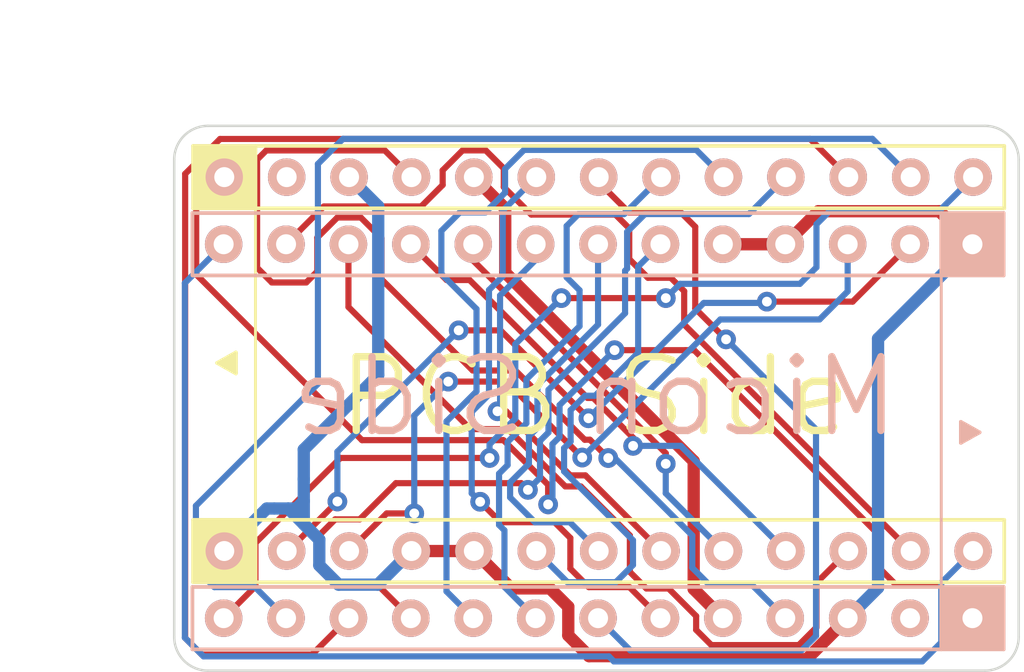
<source format=kicad_pcb>
(kicad_pcb (version 20171130) (host pcbnew "(5.1.10)-1")

  (general
    (thickness 1.6)
    (drawings 12)
    (tracks 311)
    (zones 0)
    (modules 2)
    (nets 25)
  )

  (page A3)
  (layers
    (0 F.Cu signal)
    (31 B.Cu signal)
    (32 B.Adhes user)
    (33 F.Adhes user)
    (34 B.Paste user)
    (35 F.Paste user)
    (36 B.SilkS user)
    (37 F.SilkS user)
    (38 B.Mask user)
    (39 F.Mask user)
    (40 Dwgs.User user)
    (41 Cmts.User user)
    (42 Eco1.User user)
    (43 Eco2.User user)
    (44 Edge.Cuts user)
    (45 Margin user)
    (46 B.CrtYd user)
    (47 F.CrtYd user)
    (48 B.Fab user)
    (49 F.Fab user)
  )

  (setup
    (last_trace_width 0.25)
    (user_trace_width 0.5)
    (user_trace_width 1)
    (trace_clearance 0.2)
    (zone_clearance 0.508)
    (zone_45_only no)
    (trace_min 0.2)
    (via_size 0.8)
    (via_drill 0.4)
    (via_min_size 0.4)
    (via_min_drill 0.3)
    (uvia_size 0.3)
    (uvia_drill 0.1)
    (uvias_allowed no)
    (uvia_min_size 0.2)
    (uvia_min_drill 0.1)
    (edge_width 0.1)
    (segment_width 0.2)
    (pcb_text_width 0.3)
    (pcb_text_size 1.5 1.5)
    (mod_edge_width 0.15)
    (mod_text_size 1 1)
    (mod_text_width 0.15)
    (pad_size 2.2 2.2)
    (pad_drill 2.2)
    (pad_to_mask_clearance 0)
    (aux_axis_origin 0 0)
    (visible_elements 7FFFFFFF)
    (pcbplotparams
      (layerselection 0x010f0_ffffffff)
      (usegerberextensions true)
      (usegerberattributes false)
      (usegerberadvancedattributes false)
      (creategerberjobfile false)
      (excludeedgelayer true)
      (linewidth 0.100000)
      (plotframeref false)
      (viasonmask false)
      (mode 1)
      (useauxorigin false)
      (hpglpennumber 1)
      (hpglpenspeed 20)
      (hpglpendiameter 15.000000)
      (psnegative false)
      (psa4output false)
      (plotreference true)
      (plotvalue true)
      (plotinvisibletext false)
      (padsonsilk false)
      (subtractmaskfromsilk false)
      (outputformat 1)
      (mirror false)
      (drillshape 0)
      (scaleselection 1)
      (outputdirectory "../../../../../自キ設計_プライベート/発注/20210823/GL516CP/"))
  )

  (net 0 "")
  (net 1 GND)
  (net 2 Bat+)
  (net 3 VCC)
  (net 4 Reset)
  (net 5 "Net-(U1-Pad24)")
  (net 6 F4)
  (net 7 F5)
  (net 8 F6)
  (net 9 F7)
  (net 10 B1)
  (net 11 B3)
  (net 12 B2)
  (net 13 B6)
  (net 14 B5)
  (net 15 B4)
  (net 16 E6)
  (net 17 D7)
  (net 18 C6)
  (net 19 D4)
  (net 20 SCL)
  (net 21 SDA)
  (net 22 RX)
  (net 23 TX)
  (net 24 "Net-(U2-Pad24)")

  (net_class Default "これはデフォルトのネット クラスです。"
    (clearance 0.2)
    (trace_width 0.25)
    (via_dia 0.8)
    (via_drill 0.4)
    (uvia_dia 0.3)
    (uvia_drill 0.1)
    (add_net B1)
    (add_net B2)
    (add_net B3)
    (add_net B4)
    (add_net B5)
    (add_net B6)
    (add_net Bat+)
    (add_net C6)
    (add_net D4)
    (add_net D7)
    (add_net E6)
    (add_net F4)
    (add_net F5)
    (add_net F6)
    (add_net F7)
    (add_net GND)
    (add_net "Net-(U1-Pad24)")
    (add_net "Net-(U2-Pad24)")
    (add_net RX)
    (add_net Reset)
    (add_net SCL)
    (add_net SDA)
    (add_net TX)
    (add_net VCC)
  )

  (module kbd_Parts:Micon_BMP_GL_C (layer B.Cu) (tedit 611E4E58) (tstamp 60A43B24)
    (at 307.181 28.875 270)
    (path /5BF16C54)
    (fp_text reference U1 (at 0 0 180) (layer B.SilkS) hide
      (effects (font (size 1 1) (thickness 0.15)) (justify mirror))
    )
    (fp_text value BLEMicroPro (at 0 -13.97 270) (layer B.Fab) hide
      (effects (font (size 1 1) (thickness 0.15)) (justify mirror))
    )
    (fp_line (start 6.3864 -14.732) (end 6.3864 18.288) (layer F.SilkS) (width 0.15))
    (fp_line (start 8.9264 -14.732) (end 6.3864 -14.732) (layer F.SilkS) (width 0.15))
    (fp_line (start 8.9264 18.288) (end 8.9264 -14.732) (layer F.SilkS) (width 0.15))
    (fp_line (start 6.3864 18.288) (end 8.9264 18.288) (layer F.SilkS) (width 0.15))
    (fp_line (start -8.8336 -14.732) (end -8.8336 18.288) (layer F.SilkS) (width 0.15))
    (fp_line (start -6.2936 -14.732) (end -8.8336 -14.732) (layer F.SilkS) (width 0.15))
    (fp_line (start -6.2936 18.288) (end -6.2936 -14.732) (layer F.SilkS) (width 0.15))
    (fp_line (start -8.8336 18.288) (end -6.2936 18.288) (layer F.SilkS) (width 0.15))
    (fp_line (start -8.845 -14.732) (end -8.845 18.288) (layer B.Fab) (width 0.15))
    (fp_line (start 8.935 -14.732) (end -8.845 -14.732) (layer B.Fab) (width 0.15))
    (fp_line (start 8.935 18.288) (end 8.935 -14.732) (layer B.Fab) (width 0.15))
    (fp_line (start -8.845 18.288) (end 8.935 18.288) (layer B.Fab) (width 0.15))
    (fp_line (start -2.54 16.51) (end 2.54 16.51) (layer B.Fab) (width 0.15))
    (fp_line (start 2.54 16.51) (end 2.54 19.05) (layer B.Fab) (width 0.15))
    (fp_line (start 2.54 19.05) (end -2.54 19.05) (layer B.Fab) (width 0.15))
    (fp_line (start -2.54 19.05) (end -2.54 16.51) (layer B.Fab) (width 0.15))
    (fp_line (start 6.3864 15.748) (end 8.9264 15.748) (layer F.SilkS) (width 0.15))
    (fp_line (start -8.8336 15.748) (end -6.2936 15.748) (layer F.SilkS) (width 0.15))
    (fp_poly (pts (xy -6.2936 15.748) (xy -8.8336 15.748) (xy -8.8336 18.288) (xy -6.2936 18.288)) (layer F.SilkS) (width 0.1))
    (fp_poly (pts (xy 8.9264 15.748) (xy 6.3864 15.748) (xy 6.3864 18.288) (xy 8.9264 18.288)) (layer F.SilkS) (width 0.1))
    (fp_line (start 6.3864 15.748) (end -6.2936 15.748) (layer F.SilkS) (width 0.12))
    (fp_text user ▲ (at -0.125 17.181 90 unlocked) (layer B.SilkS) hide
      (effects (font (size 1 1) (thickness 0.15)) (justify mirror))
    )
    (fp_text user ROW1 (at 5.25 -3.302 270) (layer B.SilkS) hide
      (effects (font (size 0.75 0.5) (thickness 0.125)) (justify mirror))
    )
    (fp_text user COL4 (at -9.95 -5.85 270) (layer B.SilkS) hide
      (effects (font (size 0.75 0.5) (thickness 0.125)) (justify mirror))
    )
    (fp_text user ROW2 (at 5.2 -5.85 270) (layer B.SilkS) hide
      (effects (font (size 0.75 0.5) (thickness 0.125)) (justify mirror))
    )
    (fp_text user COL5 (at -9.95 -8.4455 270) (layer B.SilkS) hide
      (effects (font (size 0.75 0.5) (thickness 0.125)) (justify mirror))
    )
    (fp_text user ROW3 (at 5.2 -8.4455 270) (layer B.SilkS) hide
      (effects (font (size 0.75 0.5) (thickness 0.125)) (justify mirror))
    )
    (fp_text user B2 (at -9.95 -10.95 270) (layer B.SilkS) hide
      (effects (font (size 0.75 0.5) (thickness 0.125)) (justify mirror))
    )
    (fp_text user COL0 (at -9.9 4.3 270) (layer B.SilkS) hide
      (effects (font (size 0.75 0.5) (thickness 0.125)) (justify mirror))
    )
    (fp_text user SDA (at 5.461 4.318 270) (layer B.SilkS) hide
      (effects (font (size 0.75 0.5) (thickness 0.125)) (justify mirror))
    )
    (fp_text user COL1 (at -9.85 1.778 270) (layer B.SilkS) hide
      (effects (font (size 0.75 0.5) (thickness 0.125)) (justify mirror))
    )
    (fp_text user SCL (at 5.461 1.778 270) (layer B.SilkS) hide
      (effects (font (size 0.75 0.5) (thickness 0.125)) (justify mirror))
    )
    (fp_text user COL2 (at -9.9 -0.762 270) (layer B.SilkS) hide
      (effects (font (size 0.75 0.5) (thickness 0.125)) (justify mirror))
    )
    (fp_text user ROW0 (at 5.2 -0.8 270) (layer B.SilkS) hide
      (effects (font (size 0.75 0.5) (thickness 0.125)) (justify mirror))
    )
    (fp_text user COL3 (at -10 -3.35 270) (layer B.SilkS) hide
      (effects (font (size 0.75 0.5) (thickness 0.125)) (justify mirror))
    )
    (fp_text user DATA (at 10.175 11.95 270) (layer B.SilkS) hide
      (effects (font (size 0.75 0.5) (thickness 0.125)) (justify mirror))
    )
    (fp_text user ▲ (at 0 17 90 unlocked) (layer F.SilkS)
      (effects (font (size 1 1) (thickness 0.15)))
    )
    (fp_text user BAT- (at 10.2 17.031 270) (layer B.SilkS) hide
      (effects (font (size 0.75 0.5) (thickness 0.125)) (justify mirror))
    )
    (fp_text user BAT+ (at -9.9155 17.018 270) (layer B.SilkS) hide
      (effects (font (size 0.75 0.5) (thickness 0.125)) (justify mirror))
    )
    (fp_text user "" (at -0.5 17.25 270) (layer B.SilkS)
      (effects (font (size 1 1) (thickness 0.15)) (justify mirror))
    )
    (fp_text user "" (at -1.2065 16.256 90) (layer F.SilkS)
      (effects (font (size 1 1) (thickness 0.15)))
    )
    (fp_text user RAW (at -9.7155 14.478 270) (layer B.SilkS) hide
      (effects (font (size 0.75 0.5) (thickness 0.125)) (justify mirror))
    )
    (fp_text user LED (at 9.875 14.481 270) (layer B.SilkS) hide
      (effects (font (size 0.75 0.5) (thickness 0.125)) (justify mirror))
    )
    (fp_text user GND (at -9.7155 11.938 270) (layer B.SilkS) hide
      (effects (font (size 0.75 0.5) (thickness 0.125)) (justify mirror))
    )
    (fp_text user D2 (at 9.85 11.95 90) (layer B.SilkS) hide
      (effects (font (size 0.75 0.5) (thickness 0.125)) (justify mirror))
    )
    (fp_text user RST (at -9.7155 9.3345 270) (layer B.SilkS) hide
      (effects (font (size 0.75 0.5) (thickness 0.125)) (justify mirror))
    )
    (fp_text user GND (at 5.4245 9.3345 90) (layer B.SilkS) hide
      (effects (font (size 0.75 0.5) (thickness 0.125)) (justify mirror))
    )
    (fp_text user VCC (at -9.7155 6.858 270) (layer B.SilkS) hide
      (effects (font (size 0.75 0.5) (thickness 0.125)) (justify mirror))
    )
    (fp_text user GND (at 5.361 6.7945 90) (layer B.SilkS) hide
      (effects (font (size 0.75 0.5) (thickness 0.125)) (justify mirror))
    )
    (fp_text user Col3 (at -9.9 -3.35 90) (layer B.SilkS) hide
      (effects (font (size 0.75 0.5) (thickness 0.125)) (justify mirror))
    )
    (fp_text user Row2 (at 10.15 -0.8 90) (layer B.SilkS) hide
      (effects (font (size 0.75 0.5) (thickness 0.125)) (justify mirror))
    )
    (fp_text user Col2 (at -9.9 -0.762 90) (layer B.SilkS) hide
      (effects (font (size 0.75 0.5) (thickness 0.125)) (justify mirror))
    )
    (fp_text user Row1 (at 10.15 1.778 90) (layer B.SilkS) hide
      (effects (font (size 0.75 0.5) (thickness 0.125)) (justify mirror))
    )
    (fp_text user Col1 (at -9.85 1.778 90) (layer B.SilkS) hide
      (effects (font (size 0.75 0.5) (thickness 0.125)) (justify mirror))
    )
    (fp_text user Row0 (at 10.15 4.331 90) (layer B.SilkS) hide
      (effects (font (size 0.75 0.5) (thickness 0.125)) (justify mirror))
    )
    (fp_text user Col0 (at -9.9 4.3 90) (layer B.SilkS) hide
      (effects (font (size 0.75 0.5) (thickness 0.125)) (justify mirror))
    )
    (fp_text user B6 (at -10.05 -13.5 270) (layer B.SilkS) hide
      (effects (font (size 0.75 0.5) (thickness 0.125)) (justify mirror))
    )
    (fp_text user B5 (at 5.2 -13.5255 270) (layer B.SilkS) hide
      (effects (font (size 0.75 0.5) (thickness 0.125)) (justify mirror))
    )
    (fp_text user B4 (at 9.225 -11.9065 270) (layer B.SilkS) hide
      (effects (font (size 0.75 0.5) (thickness 0.125)) (justify mirror))
    )
    (fp_text user Col6 (at -9.95 -10.95 90) (layer B.SilkS) hide
      (effects (font (size 0.75 0.5) (thickness 0.125)) (justify mirror))
    )
    (fp_text user Col7 (at 9.975 -8.919 90) (layer B.SilkS) hide
      (effects (font (size 0.75 0.5) (thickness 0.125)) (justify mirror))
    )
    (fp_text user Col5 (at -9.95 -8.4455 90) (layer B.SilkS) hide
      (effects (font (size 0.75 0.5) (thickness 0.125)) (justify mirror))
    )
    (fp_text user Row4 (at 10.175 -5.719 90) (layer B.SilkS) hide
      (effects (font (size 0.75 0.5) (thickness 0.125)) (justify mirror))
    )
    (fp_text user Col4 (at -9.95 -5.85 90) (layer B.SilkS) hide
      (effects (font (size 0.75 0.5) (thickness 0.125)) (justify mirror))
    )
    (fp_text user Row3 (at 10.15 -3.319 90) (layer B.SilkS) hide
      (effects (font (size 0.75 0.5) (thickness 0.125)) (justify mirror))
    )
    (pad 25 thru_hole circle (at -7.5636 17.018 270) (size 1.524 1.524) (drill 0.8128) (layers *.Cu *.Mask B.SilkS)
      (net 2 Bat+))
    (pad 26 thru_hole circle (at 7.6564 17.018 270) (size 1.524 1.524) (drill 0.8128) (layers *.Cu *.Mask B.SilkS)
      (net 1 GND))
    (pad 1 thru_hole circle (at 7.6564 14.478 270) (size 1.524 1.524) (drill 0.8128) (layers *.Cu *.Mask B.SilkS)
      (net 23 TX))
    (pad 2 thru_hole circle (at 7.6564 11.938 270) (size 1.524 1.524) (drill 0.8128) (layers *.Cu *.Mask B.SilkS)
      (net 22 RX))
    (pad 3 thru_hole circle (at 7.6564 9.398 270) (size 1.524 1.524) (drill 0.8128) (layers *.Cu *.Mask B.SilkS)
      (net 1 GND))
    (pad 4 thru_hole circle (at 7.6564 6.858 270) (size 1.524 1.524) (drill 0.8128) (layers *.Cu *.Mask B.SilkS)
      (net 1 GND))
    (pad 5 thru_hole circle (at 7.6564 4.318 270) (size 1.524 1.524) (drill 0.8128) (layers *.Cu *.Mask B.SilkS)
      (net 21 SDA))
    (pad 6 thru_hole circle (at 7.6564 1.778 270) (size 1.524 1.524) (drill 0.8128) (layers *.Cu *.Mask B.SilkS)
      (net 20 SCL))
    (pad 7 thru_hole circle (at 7.6564 -0.762 270) (size 1.524 1.524) (drill 0.8128) (layers *.Cu *.Mask B.SilkS)
      (net 19 D4))
    (pad 8 thru_hole circle (at 7.6564 -3.302 270) (size 1.524 1.524) (drill 0.8128) (layers *.Cu *.Mask B.SilkS)
      (net 18 C6))
    (pad 9 thru_hole circle (at 7.6564 -5.842 270) (size 1.524 1.524) (drill 0.8128) (layers *.Cu *.Mask B.SilkS)
      (net 17 D7))
    (pad 10 thru_hole circle (at 7.6564 -8.382 270) (size 1.524 1.524) (drill 0.8128) (layers *.Cu *.Mask B.SilkS)
      (net 16 E6))
    (pad 11 thru_hole circle (at 7.6564 -10.922 270) (size 1.524 1.524) (drill 0.8128) (layers *.Cu *.Mask B.SilkS)
      (net 15 B4))
    (pad 12 thru_hole circle (at 7.6564 -13.462 270) (size 1.524 1.524) (drill 0.8128) (layers *.Cu *.Mask B.SilkS)
      (net 14 B5))
    (pad 13 thru_hole circle (at -7.5636 -13.462 270) (size 1.524 1.524) (drill 0.8128) (layers *.Cu *.Mask B.SilkS)
      (net 13 B6))
    (pad 14 thru_hole circle (at -7.5636 -10.922 270) (size 1.524 1.524) (drill 0.8128) (layers *.Cu *.Mask B.SilkS)
      (net 12 B2))
    (pad 15 thru_hole circle (at -7.5636 -8.382 270) (size 1.524 1.524) (drill 0.8128) (layers *.Cu *.Mask B.SilkS)
      (net 11 B3))
    (pad 16 thru_hole circle (at -7.5636 -5.842 270) (size 1.524 1.524) (drill 0.8128) (layers *.Cu *.Mask B.SilkS)
      (net 10 B1))
    (pad 17 thru_hole circle (at -7.5636 -3.302 270) (size 1.524 1.524) (drill 0.8128) (layers *.Cu *.Mask B.SilkS)
      (net 9 F7))
    (pad 18 thru_hole circle (at -7.5636 -0.762 270) (size 1.524 1.524) (drill 0.8128) (layers *.Cu *.Mask B.SilkS)
      (net 8 F6))
    (pad 19 thru_hole circle (at -7.5636 1.778 270) (size 1.524 1.524) (drill 0.8128) (layers *.Cu *.Mask B.SilkS)
      (net 7 F5))
    (pad 20 thru_hole circle (at -7.5636 4.318 270) (size 1.524 1.524) (drill 0.8128) (layers *.Cu *.Mask B.SilkS)
      (net 6 F4))
    (pad 21 thru_hole circle (at -7.5636 6.858 270) (size 1.524 1.524) (drill 0.8128) (layers *.Cu *.Mask B.SilkS)
      (net 3 VCC))
    (pad 22 thru_hole circle (at -7.5636 9.398 270) (size 1.524 1.524) (drill 0.8128) (layers *.Cu *.Mask B.SilkS)
      (net 4 Reset))
    (pad 23 thru_hole circle (at -7.5636 11.938 270) (size 1.524 1.524) (drill 0.8128) (layers *.Cu *.Mask B.SilkS)
      (net 1 GND))
    (pad 24 thru_hole circle (at -7.5636 14.478 270) (size 1.524 1.524) (drill 0.8128) (layers *.Cu *.Mask B.SilkS)
      (net 5 "Net-(U1-Pad24)"))
  )

  (module kbd_Parts:Micon_BMP_GL (layer B.Cu) (tedit 60C760A0) (tstamp 611B0544)
    (at 303.6 31.7 90)
    (path /6126E1E5)
    (fp_text reference U2 (at 0 0) (layer B.SilkS) hide
      (effects (font (size 1 1) (thickness 0.15)) (justify mirror))
    )
    (fp_text value BLEMicroPro (at 0 -13.97 90) (layer B.Fab) hide
      (effects (font (size 1 1) (thickness 0.15)) (justify mirror))
    )
    (fp_line (start 6.3864 15.748) (end -6.2936 15.748) (layer B.SilkS) (width 0.12))
    (fp_poly (pts (xy 8.9264 15.748) (xy 6.3864 15.748) (xy 6.3864 18.288) (xy 8.9264 18.288)) (layer B.SilkS) (width 0.1))
    (fp_poly (pts (xy -6.2936 15.748) (xy -8.8336 15.748) (xy -8.8336 18.288) (xy -6.2936 18.288)) (layer B.SilkS) (width 0.1))
    (fp_line (start -8.8336 15.748) (end -6.2936 15.748) (layer B.SilkS) (width 0.15))
    (fp_line (start 6.3864 15.748) (end 8.9264 15.748) (layer B.SilkS) (width 0.15))
    (fp_line (start -2.54 19.05) (end -2.54 16.51) (layer B.Fab) (width 0.15))
    (fp_line (start 2.54 19.05) (end -2.54 19.05) (layer B.Fab) (width 0.15))
    (fp_line (start 2.54 16.51) (end 2.54 19.05) (layer B.Fab) (width 0.15))
    (fp_line (start -2.54 16.51) (end 2.54 16.51) (layer B.Fab) (width 0.15))
    (fp_line (start -8.845 18.288) (end 8.935 18.288) (layer B.Fab) (width 0.15))
    (fp_line (start 8.935 18.288) (end 8.935 -14.732) (layer B.Fab) (width 0.15))
    (fp_line (start 8.935 -14.732) (end -8.845 -14.732) (layer B.Fab) (width 0.15))
    (fp_line (start -8.845 -14.732) (end -8.845 18.288) (layer B.Fab) (width 0.15))
    (fp_line (start -8.8336 18.288) (end -6.2936 18.288) (layer B.SilkS) (width 0.15))
    (fp_line (start -6.2936 18.288) (end -6.2936 -14.732) (layer B.SilkS) (width 0.15))
    (fp_line (start -6.2936 -14.732) (end -8.8336 -14.732) (layer B.SilkS) (width 0.15))
    (fp_line (start -8.8336 -14.732) (end -8.8336 18.288) (layer B.SilkS) (width 0.15))
    (fp_line (start 6.3864 18.288) (end 8.9264 18.288) (layer B.SilkS) (width 0.15))
    (fp_line (start 8.9264 18.288) (end 8.9264 -14.732) (layer B.SilkS) (width 0.15))
    (fp_line (start 8.9264 -14.732) (end 6.3864 -14.732) (layer B.SilkS) (width 0.15))
    (fp_line (start 6.3864 -14.732) (end 6.3864 18.288) (layer B.SilkS) (width 0.15))
    (fp_text user Row3 (at 5.25 -3.302 90) (layer B.SilkS) hide
      (effects (font (size 0.75 0.5) (thickness 0.125)) (justify mirror))
    )
    (fp_text user Col4 (at -9.95 -5.85 90) (layer B.SilkS) hide
      (effects (font (size 0.75 0.5) (thickness 0.125)) (justify mirror))
    )
    (fp_text user Row4 (at 5.2 -5.85 90) (layer B.SilkS) hide
      (effects (font (size 0.75 0.5) (thickness 0.125)) (justify mirror))
    )
    (fp_text user Col5 (at -9.95 -8.4455 90) (layer B.SilkS) hide
      (effects (font (size 0.75 0.5) (thickness 0.125)) (justify mirror))
    )
    (fp_text user Col7 (at 5.2 -8.4455 90) (layer B.SilkS) hide
      (effects (font (size 0.75 0.5) (thickness 0.125)) (justify mirror))
    )
    (fp_text user Col6 (at -9.95 -10.95 90) (layer B.SilkS) hide
      (effects (font (size 0.75 0.5) (thickness 0.125)) (justify mirror))
    )
    (fp_text user B4 (at 5.5 -10.922 90) (layer B.SilkS) hide
      (effects (font (size 0.75 0.5) (thickness 0.125)) (justify mirror))
    )
    (fp_text user B5 (at 5.5 -13.5255 90) (layer B.SilkS) hide
      (effects (font (size 0.75 0.5) (thickness 0.125)) (justify mirror))
    )
    (fp_text user B6 (at -9.95 -13.5 90) (layer B.SilkS) hide
      (effects (font (size 0.75 0.5) (thickness 0.125)) (justify mirror))
    )
    (fp_text user Col0 (at -9.9 4.3 90) (layer B.SilkS) hide
      (effects (font (size 0.75 0.5) (thickness 0.125)) (justify mirror))
    )
    (fp_text user Row0 (at 5.161 4.318 90) (layer B.SilkS) hide
      (effects (font (size 0.75 0.5) (thickness 0.125)) (justify mirror))
    )
    (fp_text user Col1 (at -9.85 1.778 90) (layer B.SilkS) hide
      (effects (font (size 0.75 0.5) (thickness 0.125)) (justify mirror))
    )
    (fp_text user Row1 (at 5.161 1.778 90) (layer B.SilkS) hide
      (effects (font (size 0.75 0.5) (thickness 0.125)) (justify mirror))
    )
    (fp_text user Col2 (at -9.9 -0.762 90) (layer B.SilkS) hide
      (effects (font (size 0.75 0.5) (thickness 0.125)) (justify mirror))
    )
    (fp_text user Row2 (at 5.2 -0.8 90) (layer B.SilkS) hide
      (effects (font (size 0.75 0.5) (thickness 0.125)) (justify mirror))
    )
    (fp_text user Col3 (at -9.9 -3.35 90) (layer B.SilkS) hide
      (effects (font (size 0.75 0.5) (thickness 0.125)) (justify mirror))
    )
    (fp_text user GND (at 5.361 6.7945 90) (layer B.SilkS) hide
      (effects (font (size 0.75 0.5) (thickness 0.125)) (justify mirror))
    )
    (fp_text user VCC (at -9.8155 6.858 90) (layer B.SilkS) hide
      (effects (font (size 0.75 0.5) (thickness 0.125)) (justify mirror))
    )
    (fp_text user GND (at 5.4245 9.3345 90) (layer B.SilkS) hide
      (effects (font (size 0.75 0.5) (thickness 0.125)) (justify mirror))
    )
    (fp_text user RST (at -9.8155 9.3345 90) (layer B.SilkS) hide
      (effects (font (size 0.75 0.5) (thickness 0.125)) (justify mirror))
    )
    (fp_text user D2 (at 5.55 11.95 90) (layer B.SilkS) hide
      (effects (font (size 0.75 0.5) (thickness 0.125)) (justify mirror))
    )
    (fp_text user GND (at -9.8155 11.938 90) (layer B.SilkS) hide
      (effects (font (size 0.75 0.5) (thickness 0.125)) (justify mirror))
    )
    (fp_text user LED (at 5.5 14.478 90) (layer B.SilkS) hide
      (effects (font (size 0.75 0.5) (thickness 0.125)) (justify mirror))
    )
    (fp_text user RAW (at -9.8155 14.478 90) (layer B.SilkS) hide
      (effects (font (size 0.75 0.5) (thickness 0.125)) (justify mirror))
    )
    (fp_text user "" (at -1.2065 16.256 90) (layer F.SilkS)
      (effects (font (size 1 1) (thickness 0.15)))
    )
    (fp_text user "" (at -0.5 17.25 90) (layer B.SilkS)
      (effects (font (size 1 1) (thickness 0.15)) (justify mirror))
    )
    (fp_text user BAT+ (at -9.9155 17.018 90) (layer B.SilkS) hide
      (effects (font (size 0.75 0.5) (thickness 0.125)) (justify mirror))
    )
    (fp_text user BAT- (at 5.3 17.018 90) (layer B.SilkS) hide
      (effects (font (size 0.75 0.5) (thickness 0.125)) (justify mirror))
    )
    (fp_text user ▲ (at 0 17 270 unlocked) (layer B.SilkS)
      (effects (font (size 1 1) (thickness 0.15)) (justify mirror))
    )
    (pad 24 thru_hole circle (at -7.5636 14.478 90) (size 1.524 1.524) (drill 0.8128) (layers *.Cu *.Mask B.SilkS)
      (net 24 "Net-(U2-Pad24)"))
    (pad 23 thru_hole circle (at -7.5636 11.938 90) (size 1.524 1.524) (drill 0.8128) (layers *.Cu *.Mask B.SilkS)
      (net 1 GND))
    (pad 22 thru_hole circle (at -7.5636 9.398 90) (size 1.524 1.524) (drill 0.8128) (layers *.Cu *.Mask B.SilkS)
      (net 4 Reset))
    (pad 21 thru_hole circle (at -7.5636 6.858 90) (size 1.524 1.524) (drill 0.8128) (layers *.Cu *.Mask B.SilkS)
      (net 3 VCC))
    (pad 20 thru_hole circle (at -7.5636 4.318 90) (size 1.524 1.524) (drill 0.8128) (layers *.Cu *.Mask B.SilkS)
      (net 6 F4))
    (pad 19 thru_hole circle (at -7.5636 1.778 90) (size 1.524 1.524) (drill 0.8128) (layers *.Cu *.Mask B.SilkS)
      (net 7 F5))
    (pad 18 thru_hole circle (at -7.5636 -0.762 90) (size 1.524 1.524) (drill 0.8128) (layers *.Cu *.Mask B.SilkS)
      (net 8 F6))
    (pad 17 thru_hole circle (at -7.5636 -3.302 90) (size 1.524 1.524) (drill 0.8128) (layers *.Cu *.Mask B.SilkS)
      (net 9 F7))
    (pad 16 thru_hole circle (at -7.5636 -5.842 90) (size 1.524 1.524) (drill 0.8128) (layers *.Cu *.Mask B.SilkS)
      (net 10 B1))
    (pad 15 thru_hole circle (at -7.5636 -8.382 90) (size 1.524 1.524) (drill 0.8128) (layers *.Cu *.Mask B.SilkS)
      (net 11 B3))
    (pad 14 thru_hole circle (at -7.5636 -10.922 90) (size 1.524 1.524) (drill 0.8128) (layers *.Cu *.Mask B.SilkS)
      (net 12 B2))
    (pad 13 thru_hole circle (at -7.5636 -13.462 90) (size 1.524 1.524) (drill 0.8128) (layers *.Cu *.Mask B.SilkS)
      (net 13 B6))
    (pad 12 thru_hole circle (at 7.6564 -13.462 90) (size 1.524 1.524) (drill 0.8128) (layers *.Cu *.Mask B.SilkS)
      (net 14 B5))
    (pad 11 thru_hole circle (at 7.6564 -10.922 90) (size 1.524 1.524) (drill 0.8128) (layers *.Cu *.Mask B.SilkS)
      (net 15 B4))
    (pad 10 thru_hole circle (at 7.6564 -8.382 90) (size 1.524 1.524) (drill 0.8128) (layers *.Cu *.Mask B.SilkS)
      (net 16 E6))
    (pad 9 thru_hole circle (at 7.6564 -5.842 90) (size 1.524 1.524) (drill 0.8128) (layers *.Cu *.Mask B.SilkS)
      (net 17 D7))
    (pad 8 thru_hole circle (at 7.6564 -3.302 90) (size 1.524 1.524) (drill 0.8128) (layers *.Cu *.Mask B.SilkS)
      (net 18 C6))
    (pad 7 thru_hole circle (at 7.6564 -0.762 90) (size 1.524 1.524) (drill 0.8128) (layers *.Cu *.Mask B.SilkS)
      (net 19 D4))
    (pad 6 thru_hole circle (at 7.6564 1.778 90) (size 1.524 1.524) (drill 0.8128) (layers *.Cu *.Mask B.SilkS)
      (net 20 SCL))
    (pad 5 thru_hole circle (at 7.6564 4.318 90) (size 1.524 1.524) (drill 0.8128) (layers *.Cu *.Mask B.SilkS)
      (net 21 SDA))
    (pad 4 thru_hole circle (at 7.6564 6.858 90) (size 1.524 1.524) (drill 0.8128) (layers *.Cu *.Mask B.SilkS)
      (net 1 GND))
    (pad 3 thru_hole circle (at 7.6564 9.398 90) (size 1.524 1.524) (drill 0.8128) (layers *.Cu *.Mask B.SilkS)
      (net 1 GND))
    (pad 2 thru_hole circle (at 7.6564 11.938 90) (size 1.524 1.524) (drill 0.8128) (layers *.Cu *.Mask B.SilkS)
      (net 22 RX))
    (pad 1 thru_hole circle (at 7.6564 14.478 90) (size 1.524 1.524) (drill 0.8128) (layers *.Cu *.Mask B.SilkS)
      (net 23 TX))
    (pad 26 thru_hole circle (at 7.6564 17.018 90) (size 1.524 1.524) (drill 0.8128) (layers *.Cu *.Mask B.SilkS)
      (net 1 GND))
    (pad 25 thru_hole circle (at -7.5636 17.018 90) (size 1.524 1.524) (drill 0.8128) (layers *.Cu *.Mask B.SilkS)
      (net 2 Bat+))
  )

  (dimension 22.175 (width 0.15) (layer Dwgs.User)
    (gr_text "22.175 mm" (at 284.7 30.3125 270) (layer Dwgs.User)
      (effects (font (size 1 1) (thickness 0.15)))
    )
    (feature1 (pts (xy 289.5 41.4) (xy 285.413579 41.4)))
    (feature2 (pts (xy 289.5 19.225) (xy 285.413579 19.225)))
    (crossbar (pts (xy 286 19.225) (xy 286 41.4)))
    (arrow1a (pts (xy 286 41.4) (xy 285.413579 40.273496)))
    (arrow1b (pts (xy 286 41.4) (xy 286.586421 40.273496)))
    (arrow2a (pts (xy 286 19.225) (xy 285.413579 20.351504)))
    (arrow2b (pts (xy 286 19.225) (xy 286.586421 20.351504)))
  )
  (dimension 34.375 (width 0.15) (layer Dwgs.User)
    (gr_text "34.375 mm" (at 305.3125 14.8) (layer Dwgs.User)
      (effects (font (size 1 1) (thickness 0.15)))
    )
    (feature1 (pts (xy 288.125 20.6) (xy 288.125 15.513579)))
    (feature2 (pts (xy 322.5 20.6) (xy 322.5 15.513579)))
    (crossbar (pts (xy 322.5 16.1) (xy 288.125 16.1)))
    (arrow1a (pts (xy 288.125 16.1) (xy 289.251504 15.513579)))
    (arrow1b (pts (xy 288.125 16.1) (xy 289.251504 16.686421)))
    (arrow2a (pts (xy 322.5 16.1) (xy 321.373496 15.513579)))
    (arrow2b (pts (xy 322.5 16.1) (xy 321.373496 16.686421)))
  )
  (gr_text "Micon Side" (at 305.25 30.25) (layer B.SilkS) (tstamp 611EB7B2)
    (effects (font (size 3 3) (thickness 0.3)) (justify mirror))
  )
  (gr_text "PCB Side" (at 305.25 30.25) (layer F.SilkS)
    (effects (font (size 3 3) (thickness 0.3)))
  )
  (gr_line (start 289.5 19.225) (end 321.125 19.225) (layer Edge.Cuts) (width 0.1) (tstamp 611B369A))
  (gr_arc (start 289.5 20.6) (end 289.5 19.225) (angle -90) (layer Edge.Cuts) (width 0.1) (tstamp 611B368C))
  (gr_line (start 288.125 20.6) (end 288.125 40.025) (layer Edge.Cuts) (width 0.1) (tstamp 611B3689))
  (gr_arc (start 289.5 40.025) (end 288.125 40.025) (angle -90) (layer Edge.Cuts) (width 0.1) (tstamp 611B367F))
  (gr_arc (start 321.125 40.025) (end 321.125 41.4) (angle -90) (layer Edge.Cuts) (width 0.1) (tstamp 611B3675))
  (gr_arc (start 321.125 20.6) (end 322.5 20.6) (angle -90) (layer Edge.Cuts) (width 0.1) (tstamp 606C2038))
  (gr_line (start 322.5 20.6) (end 322.5 40.025) (layer Edge.Cuts) (width 0.1))
  (gr_line (start 289.5 41.4) (end 321.125 41.4) (layer Edge.Cuts) (width 0.1))

  (segment (start 296.430001 22.498401) (end 296.430001 29.369999) (width 0.5) (layer B.Cu) (net 1))
  (segment (start 295.243 21.3114) (end 296.430001 22.498401) (width 0.5) (layer B.Cu) (net 1))
  (segment (start 296.430001 29.369999) (end 293.4 32.4) (width 0.5) (layer B.Cu) (net 1))
  (segment (start 293.4 32.4) (end 293.4 33.6) (width 0.5) (layer B.Cu) (net 1))
  (segment (start 291.8944 34.8) (end 290.163 36.5314) (width 0.5) (layer B.Cu) (net 1))
  (segment (start 292.2 34.8) (end 291.8944 34.8) (width 0.5) (layer B.Cu) (net 1))
  (segment (start 294.030999 37.113161) (end 294.817838 37.9) (width 0.5) (layer B.Cu) (net 1))
  (segment (start 294.030999 36.065637) (end 294.030999 37.113161) (width 0.5) (layer B.Cu) (net 1))
  (segment (start 293.4 35.434638) (end 294.030999 36.065637) (width 0.5) (layer B.Cu) (net 1))
  (segment (start 296.4144 37.9) (end 297.783 36.5314) (width 0.5) (layer B.Cu) (net 1))
  (segment (start 294.817838 37.9) (end 296.4144 37.9) (width 0.5) (layer B.Cu) (net 1))
  (segment (start 292.765362 34.8) (end 294.030999 36.065637) (width 0.5) (layer B.Cu) (net 1))
  (segment (start 292.2 34.8) (end 292.765362 34.8) (width 0.5) (layer B.Cu) (net 1))
  (segment (start 292.765362 34.8) (end 293.1 34.8) (width 0.5) (layer B.Cu) (net 1))
  (segment (start 293.4 34.5) (end 293.4 35.434638) (width 0.5) (layer B.Cu) (net 1))
  (segment (start 293.1 34.8) (end 293.4 34.5) (width 0.5) (layer B.Cu) (net 1))
  (segment (start 293.4 33.6) (end 293.4 34.5) (width 0.5) (layer B.Cu) (net 1))
  (segment (start 300.323 36.5314) (end 297.783 36.5314) (width 0.5) (layer F.Cu) (net 1))
  (segment (start 304.165999 38.797837) (end 304.165999 39.965999) (width 0.5) (layer F.Cu) (net 1))
  (segment (start 303.419761 38.051599) (end 304.165999 38.797837) (width 0.5) (layer F.Cu) (net 1))
  (segment (start 301.843199 38.051599) (end 303.419761 38.051599) (width 0.5) (layer F.Cu) (net 1))
  (segment (start 300.323 36.5314) (end 301.843199 38.051599) (width 0.5) (layer F.Cu) (net 1))
  (segment (start 305.0101 40.8101) (end 309.5899 40.8101) (width 0.5) (layer F.Cu) (net 1))
  (segment (start 304.165999 39.965999) (end 305.0101 40.8101) (width 0.5) (layer F.Cu) (net 1))
  (segment (start 309.5899 40.8101) (end 313.9915 40.8101) (width 0.25) (layer F.Cu) (net 1))
  (segment (start 313.9915 40.8101) (end 315.538 39.2636) (width 0.5) (layer F.Cu) (net 1))
  (segment (start 316.775001 27.886599) (end 320.618 24.0436) (width 0.5) (layer B.Cu) (net 1))
  (segment (start 316.775001 38.026599) (end 316.775001 27.886599) (width 0.5) (layer B.Cu) (net 1))
  (segment (start 315.538 39.2636) (end 316.775001 38.026599) (width 0.5) (layer B.Cu) (net 1))
  (segment (start 310.458 24.0436) (end 312.998 24.0436) (width 0.5) (layer F.Cu) (net 1))
  (segment (start 312.998 24.0436) (end 314.3416 22.7) (width 0.5) (layer F.Cu) (net 1))
  (segment (start 319.2744 22.7) (end 320.618 24.0436) (width 0.5) (layer F.Cu) (net 1))
  (segment (start 314.3416 22.7) (end 319.2744 22.7) (width 0.5) (layer F.Cu) (net 1))
  (segment (start 303.3459 34.6338) (end 303.5218 34.4579) (width 0.25) (layer B.Cu) (net 2))
  (segment (start 303.5218 34.4579) (end 303.5218 32.1782) (width 0.25) (layer B.Cu) (net 2))
  (segment (start 303.5218 32.1782) (end 303.8108 31.8892) (width 0.25) (layer B.Cu) (net 2))
  (segment (start 303.8108 31.8892) (end 303.8108 30.5935) (width 0.25) (layer B.Cu) (net 2))
  (segment (start 303.8108 30.5935) (end 306.0491 28.3552) (width 0.25) (layer B.Cu) (net 2))
  (via (at 306.0491 28.3552) (size 0.8) (layers F.Cu B.Cu) (net 2))
  (via (at 303.3459 34.6338) (size 0.8) (layers F.Cu B.Cu) (net 2))
  (segment (start 303.3458 33.8379) (end 303.3458 34.6338) (width 0.25) (layer F.Cu) (net 2))
  (segment (start 295.7679 32.0179) (end 301.5258 32.0179) (width 0.25) (layer F.Cu) (net 2))
  (segment (start 289.02121 25.27121) (end 295.7679 32.0179) (width 0.25) (layer F.Cu) (net 2))
  (segment (start 289.02121 22.45319) (end 289.02121 25.27121) (width 0.25) (layer F.Cu) (net 2))
  (segment (start 303.3458 34.6338) (end 303.3459 34.6338) (width 0.25) (layer F.Cu) (net 2))
  (segment (start 301.5258 32.0179) (end 303.3458 33.8379) (width 0.25) (layer F.Cu) (net 2))
  (segment (start 290.163 21.3114) (end 289.02121 22.45319) (width 0.25) (layer F.Cu) (net 2))
  (segment (start 308.9418 28.3552) (end 306.0491 28.3552) (width 0.25) (layer F.Cu) (net 2))
  (segment (start 309.29039 28.3552) (end 308.9418 28.3552) (width 0.25) (layer F.Cu) (net 2))
  (segment (start 316.8 37.2) (end 316.8 35.86481) (width 0.25) (layer F.Cu) (net 2))
  (segment (start 316.8 35.86481) (end 309.29039 28.3552) (width 0.25) (layer F.Cu) (net 2))
  (segment (start 317.4975 37.8975) (end 316.8 37.2) (width 0.25) (layer F.Cu) (net 2))
  (segment (start 319.2519 37.8975) (end 317.4975 37.8975) (width 0.25) (layer F.Cu) (net 2))
  (segment (start 320.618 39.2636) (end 319.2519 37.8975) (width 0.25) (layer F.Cu) (net 2))
  (segment (start 300.323 21.3114) (end 301.6 22.5884) (width 0.5) (layer F.Cu) (net 3))
  (segment (start 301.6 22.5884) (end 301.6 25.2) (width 0.5) (layer F.Cu) (net 3))
  (segment (start 309.270999 32.870999) (end 301.6 25.2) (width 0.5) (layer F.Cu) (net 3))
  (segment (start 309.270999 38.076599) (end 309.270999 32.870999) (width 0.5) (layer F.Cu) (net 3))
  (segment (start 310.458 39.2636) (end 309.270999 38.076599) (width 0.5) (layer F.Cu) (net 3))
  (segment (start 305.7923 32.7461) (end 305.0473 32.0011) (width 0.25) (layer F.Cu) (net 4))
  (segment (start 305.0473 32.0011) (end 304.8345 32.0011) (width 0.25) (layer F.Cu) (net 4))
  (segment (start 304.8345 32.0011) (end 302.0162 29.1828) (width 0.25) (layer F.Cu) (net 4))
  (segment (start 302.0162 29.1828) (end 300.2759 29.1828) (width 0.25) (layer F.Cu) (net 4))
  (segment (start 300.2759 29.1828) (end 296.5633 25.4702) (width 0.25) (layer F.Cu) (net 4))
  (segment (start 296.5633 25.4702) (end 296.5633 23.7997) (width 0.25) (layer F.Cu) (net 4))
  (segment (start 296.5633 23.7997) (end 295.719 22.9554) (width 0.25) (layer F.Cu) (net 4))
  (segment (start 295.719 22.9554) (end 294.7669 22.9554) (width 0.25) (layer F.Cu) (net 4))
  (segment (start 294.7669 22.9554) (end 293.948 23.7743) (width 0.25) (layer F.Cu) (net 4))
  (via (at 305.7923 32.7461) (size 0.8) (layers F.Cu B.Cu) (net 4))
  (segment (start 293.948 23.7743) (end 293.948 25.152) (width 0.25) (layer F.Cu) (net 4))
  (segment (start 296.695999 20.224399) (end 297.783 21.3114) (width 0.25) (layer F.Cu) (net 4))
  (segment (start 291.875601 20.224399) (end 296.695999 20.224399) (width 0.25) (layer F.Cu) (net 4))
  (segment (start 291.5 20.6) (end 291.875601 20.224399) (width 0.25) (layer F.Cu) (net 4))
  (segment (start 291.5 25) (end 291.5 20.6) (width 0.25) (layer F.Cu) (net 4))
  (segment (start 306.06129 32.7461) (end 305.7923 32.7461) (width 0.25) (layer B.Cu) (net 4))
  (segment (start 309.213 35.89781) (end 306.06129 32.7461) (width 0.25) (layer B.Cu) (net 4))
  (segment (start 309.213 37.213) (end 309.213 35.89781) (width 0.25) (layer B.Cu) (net 4))
  (segment (start 309.8975 37.8975) (end 309.213 37.213) (width 0.25) (layer B.Cu) (net 4))
  (segment (start 311.6319 37.8975) (end 309.8975 37.8975) (width 0.25) (layer B.Cu) (net 4))
  (segment (start 312.998 39.2636) (end 311.6319 37.8975) (width 0.25) (layer B.Cu) (net 4))
  (segment (start 293.5 25.6) (end 293.948 25.152) (width 0.25) (layer F.Cu) (net 4))
  (segment (start 292.1 25.6) (end 293.5 25.6) (width 0.25) (layer F.Cu) (net 4))
  (segment (start 292.1 25.6) (end 291.5 25) (width 0.25) (layer F.Cu) (net 4))
  (segment (start 300.5791 34.5262) (end 300.2356 34.1827) (width 0.25) (layer B.Cu) (net 6))
  (segment (start 300.2356 34.1827) (end 300.2356 30.865) (width 0.25) (layer B.Cu) (net 6))
  (segment (start 300.2356 30.865) (end 300.9386 30.162) (width 0.25) (layer B.Cu) (net 6))
  (segment (start 300.9386 30.162) (end 300.9386 25.9063) (width 0.25) (layer B.Cu) (net 6))
  (via (at 300.5791 34.5262) (size 0.8) (layers F.Cu B.Cu) (net 6))
  (segment (start 302.863 21.3114) (end 301.5 22.6744) (width 0.25) (layer B.Cu) (net 6))
  (segment (start 301.5 25.3449) (end 300.9386 25.9063) (width 0.25) (layer B.Cu) (net 6))
  (segment (start 301.5 22.6744) (end 301.5 25.3449) (width 0.25) (layer B.Cu) (net 6))
  (segment (start 307.918 39.2636) (end 306.6544 38) (width 0.25) (layer F.Cu) (net 6))
  (segment (start 306.6544 38) (end 305 38) (width 0.25) (layer F.Cu) (net 6))
  (segment (start 305 38) (end 304.25 37.25) (width 0.25) (layer F.Cu) (net 6))
  (segment (start 304.25 36) (end 303.608801 35.358801) (width 0.25) (layer F.Cu) (net 6))
  (segment (start 304.25 37.25) (end 304.25 36) (width 0.25) (layer F.Cu) (net 6))
  (segment (start 301.411701 35.358801) (end 300.5791 34.5262) (width 0.25) (layer F.Cu) (net 6))
  (segment (start 303.608801 35.358801) (end 301.411701 35.358801) (width 0.25) (layer F.Cu) (net 6))
  (segment (start 309.3339 26.6602) (end 310.5889 27.9152) (width 0.25) (layer F.Cu) (net 7))
  (via (at 310.5889 27.9152) (size 0.8) (layers F.Cu B.Cu) (net 7))
  (segment (start 309.3339 26.6602) (end 309.3339 23.3339) (width 0.25) (layer F.Cu) (net 7))
  (segment (start 309.3339 23.3339) (end 308.75 22.75) (width 0.25) (layer F.Cu) (net 7))
  (segment (start 305.403 21.51659) (end 305.403 21.3114) (width 0.25) (layer F.Cu) (net 7))
  (segment (start 306.63641 22.75) (end 305.403 21.51659) (width 0.25) (layer F.Cu) (net 7))
  (segment (start 308.75 22.75) (end 306.63641 22.75) (width 0.25) (layer F.Cu) (net 7))
  (segment (start 314.25 31.5763) (end 310.5889 27.9152) (width 0.25) (layer B.Cu) (net 7))
  (segment (start 305.378 39.2636) (end 306.68938 40.57498) (width 0.25) (layer B.Cu) (net 7))
  (segment (start 306.68938 40.57498) (end 313.66138 40.57498) (width 0.25) (layer B.Cu) (net 7))
  (segment (start 313.66138 40.57498) (end 314.25 39.98636) (width 0.25) (layer B.Cu) (net 7))
  (segment (start 314.25 39.98636) (end 314.25 31.5763) (width 0.25) (layer B.Cu) (net 7))
  (segment (start 302.838 39.2636) (end 301.568 37.9936) (width 0.25) (layer B.Cu) (net 8))
  (segment (start 301.568 37.9936) (end 301.568 35.6903) (width 0.25) (layer B.Cu) (net 8))
  (segment (start 301.568 35.6903) (end 301.3479 35.4702) (width 0.25) (layer B.Cu) (net 8))
  (segment (start 301.3479 35.4702) (end 301.3479 33.3822) (width 0.25) (layer B.Cu) (net 8))
  (segment (start 301.3479 33.3822) (end 301.6964 33.0337) (width 0.25) (layer B.Cu) (net 8))
  (segment (start 301.6964 33.0337) (end 301.6964 32.0929) (width 0.25) (layer B.Cu) (net 8))
  (segment (start 301.6964 32.0929) (end 302.4599 31.3294) (width 0.25) (layer B.Cu) (net 8))
  (segment (start 302.4599 31.3294) (end 302.4599 29.545) (width 0.25) (layer B.Cu) (net 8))
  (segment (start 302.4599 29.545) (end 304.6251 27.3798) (width 0.25) (layer B.Cu) (net 8))
  (segment (start 304.6251 27.3798) (end 304.6251 25.9169) (width 0.25) (layer B.Cu) (net 8))
  (segment (start 306.4396 22.8148) (end 307.943 21.3114) (width 0.25) (layer B.Cu) (net 8))
  (segment (start 304.6251 25.9169) (end 304.1 25.3918) (width 0.25) (layer B.Cu) (net 8))
  (segment (start 304.1 25.3918) (end 304.1 23.3) (width 0.25) (layer B.Cu) (net 8))
  (segment (start 304.5852 22.8148) (end 306.4396 22.8148) (width 0.25) (layer B.Cu) (net 8))
  (segment (start 304.1 23.3) (end 304.5852 22.8148) (width 0.25) (layer B.Cu) (net 8))
  (segment (start 309.3755 20.2039) (end 310.483 21.3114) (width 0.25) (layer B.Cu) (net 9))
  (segment (start 302.3656 20.2039) (end 309.3755 20.2039) (width 0.25) (layer B.Cu) (net 9))
  (segment (start 301.593 20.9765) (end 302.3656 20.2039) (width 0.25) (layer B.Cu) (net 9))
  (segment (start 299.75 22.75) (end 300.78799 22.75) (width 0.25) (layer B.Cu) (net 9))
  (segment (start 299 23.5) (end 299.75 22.75) (width 0.25) (layer B.Cu) (net 9))
  (segment (start 300.78799 22.75) (end 301.593 21.94499) (width 0.25) (layer B.Cu) (net 9))
  (segment (start 299 25.25) (end 299 23.5) (width 0.25) (layer B.Cu) (net 9))
  (segment (start 300.4304 30.0333) (end 300.4304 26.6804) (width 0.25) (layer B.Cu) (net 9))
  (segment (start 299.2086 31.2551) (end 300.4304 30.0333) (width 0.25) (layer B.Cu) (net 9))
  (segment (start 299.2086 38.1742) (end 299.2086 31.2551) (width 0.25) (layer B.Cu) (net 9))
  (segment (start 301.593 21.94499) (end 301.593 20.9765) (width 0.25) (layer B.Cu) (net 9))
  (segment (start 300.4304 26.6804) (end 299 25.25) (width 0.25) (layer B.Cu) (net 9))
  (segment (start 300.298 39.2636) (end 299.2086 38.1742) (width 0.25) (layer B.Cu) (net 9))
  (via (at 302.5235 34.0414) (size 0.8) (layers F.Cu B.Cu) (net 10))
  (segment (start 311.5196 22.8148) (end 313.023 21.3114) (width 0.25) (layer B.Cu) (net 10))
  (segment (start 307.2852 22.8148) (end 311.5196 22.8148) (width 0.25) (layer B.Cu) (net 10))
  (segment (start 306.56039 25.03961) (end 306.56039 23.53961) (width 0.25) (layer B.Cu) (net 10))
  (segment (start 306.4779 25.1221) (end 306.56039 25.03961) (width 0.25) (layer B.Cu) (net 10))
  (segment (start 306.4779 26.8516) (end 306.4779 25.1221) (width 0.25) (layer B.Cu) (net 10))
  (segment (start 303.3605 31.7026) (end 303.3605 29.969) (width 0.25) (layer B.Cu) (net 10))
  (segment (start 303.3605 29.969) (end 306.4779 26.8516) (width 0.25) (layer B.Cu) (net 10))
  (segment (start 303.0151 32.048) (end 303.3605 31.7026) (width 0.25) (layer B.Cu) (net 10))
  (segment (start 303.0151 33.5498) (end 303.0151 32.048) (width 0.25) (layer B.Cu) (net 10))
  (segment (start 306.56039 23.53961) (end 307.2852 22.8148) (width 0.25) (layer B.Cu) (net 10))
  (segment (start 302.5235 34.0414) (end 303.0151 33.5498) (width 0.25) (layer B.Cu) (net 10))
  (segment (start 302.2512 33.7691) (end 302.5235 34.0414) (width 0.25) (layer F.Cu) (net 10))
  (segment (start 297.1494 33.7691) (end 302.2512 33.7691) (width 0.25) (layer F.Cu) (net 10))
  (segment (start 295.6779 35.2406) (end 297.1494 33.7691) (width 0.25) (layer F.Cu) (net 10))
  (segment (start 294.67871 35.2406) (end 295.6779 35.2406) (width 0.25) (layer F.Cu) (net 10))
  (segment (start 294 35.91931) (end 294.67871 35.2406) (width 0.25) (layer F.Cu) (net 10))
  (segment (start 294.6475 37.8975) (end 294 37.25) (width 0.25) (layer F.Cu) (net 10))
  (segment (start 296.3919 37.8975) (end 294.6475 37.8975) (width 0.25) (layer F.Cu) (net 10))
  (segment (start 294 37.25) (end 294 35.91931) (width 0.25) (layer F.Cu) (net 10))
  (segment (start 297.758 39.2636) (end 296.3919 37.8975) (width 0.25) (layer F.Cu) (net 10))
  (segment (start 289.992 19.758) (end 314.0096 19.758) (width 0.25) (layer F.Cu) (net 11))
  (segment (start 288.5712 21.1788) (end 289.992 19.758) (width 0.25) (layer F.Cu) (net 11))
  (segment (start 288.5712 40.0712) (end 288.5712 21.1788) (width 0.25) (layer F.Cu) (net 11))
  (segment (start 314.0096 19.758) (end 315.563 21.3114) (width 0.25) (layer F.Cu) (net 11))
  (segment (start 289.25 40.75) (end 288.5712 40.0712) (width 0.25) (layer F.Cu) (net 11))
  (segment (start 293.7316 40.75) (end 289.25 40.75) (width 0.25) (layer F.Cu) (net 11))
  (segment (start 295.218 39.2636) (end 293.7316 40.75) (width 0.25) (layer F.Cu) (net 11))
  (segment (start 294.9965 19.7535) (end 316.5451 19.7535) (width 0.25) (layer B.Cu) (net 12))
  (segment (start 293.975 29.725) (end 293.975 20.775) (width 0.25) (layer B.Cu) (net 12))
  (segment (start 293.975 20.775) (end 294.9965 19.7535) (width 0.25) (layer B.Cu) (net 12))
  (segment (start 289.00941 34.69059) (end 293.975 29.725) (width 0.25) (layer B.Cu) (net 12))
  (segment (start 289.00941 37.25) (end 289.00941 34.69059) (width 0.25) (layer B.Cu) (net 12))
  (segment (start 289.75941 38) (end 289.00941 37.25) (width 0.25) (layer B.Cu) (net 12))
  (segment (start 316.5451 19.7535) (end 318.103 21.3114) (width 0.25) (layer B.Cu) (net 12))
  (segment (start 291.4144 38) (end 289.75941 38) (width 0.25) (layer B.Cu) (net 12))
  (segment (start 292.678 39.2636) (end 291.4144 38) (width 0.25) (layer B.Cu) (net 12))
  (segment (start 300.961 32.7433) (end 300.961 32.1914) (width 0.25) (layer B.Cu) (net 13))
  (segment (start 300.961 32.1914) (end 302.0096 31.1428) (width 0.25) (layer B.Cu) (net 13))
  (segment (start 302.0096 31.1428) (end 302.0096 28.1115) (width 0.25) (layer B.Cu) (net 13))
  (segment (start 302.0096 28.1115) (end 303.8851 26.236) (width 0.25) (layer B.Cu) (net 13))
  (segment (start 290.138 39.2636) (end 291.433 37.9686) (width 0.25) (layer F.Cu) (net 13))
  (segment (start 291.433 37.9686) (end 291.433 36.1997) (width 0.25) (layer F.Cu) (net 13))
  (segment (start 291.433 36.1997) (end 294.8894 32.7433) (width 0.25) (layer F.Cu) (net 13))
  (segment (start 294.8894 32.7433) (end 300.961 32.7433) (width 0.25) (layer F.Cu) (net 13))
  (segment (start 308.1365 26.236) (end 303.8851 26.236) (width 0.25) (layer F.Cu) (net 13))
  (via (at 300.961 32.7433) (size 0.8) (layers F.Cu B.Cu) (net 13))
  (via (at 303.8851 26.236) (size 0.8) (layers F.Cu B.Cu) (net 13))
  (via (at 308.1365 26.236) (size 0.8) (layers F.Cu B.Cu) (net 13))
  (segment (start 319.2544 22.7) (end 320.643 21.3114) (width 0.25) (layer B.Cu) (net 13))
  (segment (start 314.8 22.7) (end 319.2544 22.7) (width 0.25) (layer B.Cu) (net 13))
  (segment (start 314.268 23.232) (end 314.8 22.7) (width 0.25) (layer B.Cu) (net 13))
  (segment (start 308.717501 25.654999) (end 313.595001 25.654999) (width 0.25) (layer B.Cu) (net 13))
  (segment (start 308.1365 26.236) (end 308.717501 25.654999) (width 0.25) (layer B.Cu) (net 13))
  (segment (start 314.268 24.982) (end 314.268 23.232) (width 0.25) (layer B.Cu) (net 13))
  (segment (start 313.595001 25.654999) (end 314.268 24.982) (width 0.25) (layer B.Cu) (net 13))
  (segment (start 288.5594 25.6222) (end 290.138 24.0436) (width 0.25) (layer B.Cu) (net 14))
  (segment (start 288.5594 40.0594) (end 288.5594 25.6222) (width 0.25) (layer B.Cu) (net 14))
  (segment (start 289.3191 40.8191) (end 288.5594 40.0594) (width 0.25) (layer B.Cu) (net 14))
  (segment (start 305.8191 40.8191) (end 289.3191 40.8191) (width 0.25) (layer B.Cu) (net 14))
  (segment (start 306.02499 41.02499) (end 305.8191 40.8191) (width 0.25) (layer B.Cu) (net 14))
  (segment (start 318.57501 41.02499) (end 306.02499 41.02499) (width 0.25) (layer B.Cu) (net 14))
  (segment (start 319.348 40.252) (end 318.57501 41.02499) (width 0.25) (layer B.Cu) (net 14))
  (segment (start 319.348 37.8264) (end 319.348 40.252) (width 0.25) (layer B.Cu) (net 14))
  (segment (start 320.643 36.5314) (end 319.348 37.8264) (width 0.25) (layer B.Cu) (net 14))
  (segment (start 294.2165 22.5051) (end 292.678 24.0436) (width 0.25) (layer F.Cu) (net 15))
  (segment (start 298.1794 22.5051) (end 294.2165 22.5051) (width 0.25) (layer F.Cu) (net 15))
  (segment (start 299.053 21.0345) (end 299.053 21.6315) (width 0.25) (layer F.Cu) (net 15))
  (segment (start 308.8835 25.9526) (end 308.34045 25.40955) (width 0.25) (layer F.Cu) (net 15))
  (segment (start 308.8835 27.3119) (end 308.8835 25.9526) (width 0.25) (layer F.Cu) (net 15))
  (segment (start 307.40955 25.40955) (end 306.648 24.648) (width 0.25) (layer F.Cu) (net 15))
  (segment (start 306.648 24.648) (end 306.648 23.398) (width 0.25) (layer F.Cu) (net 15))
  (segment (start 306.0868 22.8368) (end 302.661586 22.8368) (width 0.25) (layer F.Cu) (net 15))
  (segment (start 301.5409 20.9591) (end 300.8058 20.224) (width 0.25) (layer F.Cu) (net 15))
  (segment (start 299.053 21.6315) (end 298.1794 22.5051) (width 0.25) (layer F.Cu) (net 15))
  (segment (start 318.103 36.5314) (end 308.8835 27.3119) (width 0.25) (layer F.Cu) (net 15))
  (segment (start 299.8635 20.224) (end 299.053 21.0345) (width 0.25) (layer F.Cu) (net 15))
  (segment (start 302.661586 22.8368) (end 301.5409 21.716114) (width 0.25) (layer F.Cu) (net 15))
  (segment (start 308.34045 25.40955) (end 307.40955 25.40955) (width 0.25) (layer F.Cu) (net 15))
  (segment (start 301.5409 21.716114) (end 301.5409 20.9591) (width 0.25) (layer F.Cu) (net 15))
  (segment (start 306.648 23.398) (end 306.0868 22.8368) (width 0.25) (layer F.Cu) (net 15))
  (segment (start 300.8058 20.224) (end 299.8635 20.224) (width 0.25) (layer F.Cu) (net 15))
  (segment (start 295.218 26.599) (end 295.218 24.0436) (width 0.25) (layer F.Cu) (net 16))
  (segment (start 300.1866 31.5676) (end 295.218 26.599) (width 0.25) (layer F.Cu) (net 16))
  (segment (start 301.71191 31.5676) (end 300.1866 31.5676) (width 0.25) (layer F.Cu) (net 16))
  (segment (start 306.673 35.89781) (end 304.677 33.90181) (width 0.25) (layer F.Cu) (net 16))
  (segment (start 314.268 37.8264) (end 314.268 39.6379) (width 0.25) (layer F.Cu) (net 16))
  (segment (start 314.268 39.6379) (end 313.5462 40.3597) (width 0.25) (layer F.Cu) (net 16))
  (segment (start 304.677 33.90181) (end 304.04612 33.90181) (width 0.25) (layer F.Cu) (net 16))
  (segment (start 313.5462 40.3597) (end 309.9907 40.3597) (width 0.25) (layer F.Cu) (net 16))
  (segment (start 309.9907 40.3597) (end 309.3706 39.7396) (width 0.25) (layer F.Cu) (net 16))
  (segment (start 309.3706 39.7396) (end 309.3706 39.1783) (width 0.25) (layer F.Cu) (net 16))
  (segment (start 315.563 36.5314) (end 314.268 37.8264) (width 0.25) (layer F.Cu) (net 16))
  (segment (start 306.673 37.38219) (end 306.673 35.89781) (width 0.25) (layer F.Cu) (net 16))
  (segment (start 309.3706 39.1783) (end 308.2491 38.0568) (width 0.25) (layer F.Cu) (net 16))
  (segment (start 308.2491 38.0568) (end 307.34761 38.0568) (width 0.25) (layer F.Cu) (net 16))
  (segment (start 307.34761 38.0568) (end 306.673 37.38219) (width 0.25) (layer F.Cu) (net 16))
  (segment (start 304.04612 33.90181) (end 301.71191 31.5676) (width 0.25) (layer F.Cu) (net 16))
  (segment (start 306.8053 32.2508) (end 308.7424 32.2508) (width 0.25) (layer B.Cu) (net 17))
  (segment (start 308.7424 32.2508) (end 313.023 36.5314) (width 0.25) (layer B.Cu) (net 17))
  (via (at 306.8053 32.2508) (size 0.8) (layers F.Cu B.Cu) (net 17))
  (segment (start 299.2144 25.5) (end 297.758 24.0436) (width 0.25) (layer F.Cu) (net 17))
  (segment (start 300.1491 25.5) (end 299.2144 25.5) (width 0.25) (layer F.Cu) (net 17))
  (segment (start 304.9495 30.3004) (end 300.1491 25.5) (width 0.25) (layer F.Cu) (net 17))
  (segment (start 305.1853 30.3004) (end 304.9495 30.3004) (width 0.25) (layer F.Cu) (net 17))
  (segment (start 306.8053 31.9204) (end 305.1853 30.3004) (width 0.25) (layer F.Cu) (net 17))
  (segment (start 306.8053 32.2508) (end 306.8053 31.9204) (width 0.25) (layer F.Cu) (net 17))
  (segment (start 308.1336 32.9811) (end 308.1336 32.5474) (width 0.25) (layer F.Cu) (net 18))
  (segment (start 308.1336 32.5474) (end 300.298 24.7118) (width 0.25) (layer F.Cu) (net 18))
  (segment (start 300.298 24.7118) (end 300.298 24.0436) (width 0.25) (layer F.Cu) (net 18))
  (segment (start 310.483 36.5314) (end 308.1336 34.182) (width 0.25) (layer B.Cu) (net 18))
  (segment (start 308.1336 34.182) (end 308.1336 32.9811) (width 0.25) (layer B.Cu) (net 18))
  (via (at 308.1336 32.9811) (size 0.8) (layers F.Cu B.Cu) (net 18))
  (segment (start 301.2843 30.8423) (end 301.389 30.7376) (width 0.25) (layer B.Cu) (net 19))
  (segment (start 301.389 30.7376) (end 301.389 26.1295) (width 0.25) (layer B.Cu) (net 19))
  (segment (start 301.389 26.1295) (end 302.838 24.6805) (width 0.25) (layer B.Cu) (net 19))
  (segment (start 302.838 24.6805) (end 302.838 24.0436) (width 0.25) (layer B.Cu) (net 19))
  (segment (start 307.943 36.5314) (end 304.8634 33.4518) (width 0.25) (layer F.Cu) (net 19))
  (segment (start 304.8634 33.4518) (end 304.2471 33.4518) (width 0.25) (layer F.Cu) (net 19))
  (segment (start 304.2471 33.4518) (end 301.6376 30.8423) (width 0.25) (layer F.Cu) (net 19))
  (segment (start 301.6376 30.8423) (end 301.2843 30.8423) (width 0.25) (layer F.Cu) (net 19))
  (via (at 301.2843 30.8423) (size 0.8) (layers F.Cu B.Cu) (net 19))
  (segment (start 305.378 27.3146) (end 305.378 24.0436) (width 0.25) (layer B.Cu) (net 20))
  (segment (start 302.9102 29.7824) (end 305.378 27.3146) (width 0.25) (layer B.Cu) (net 20))
  (segment (start 302.9102 31.516) (end 302.9102 29.7824) (width 0.25) (layer B.Cu) (net 20))
  (segment (start 302.5648 32.9744) (end 302.5648 31.8614) (width 0.25) (layer B.Cu) (net 20))
  (segment (start 301.7982 33.741) (end 302.5648 32.9744) (width 0.25) (layer B.Cu) (net 20))
  (segment (start 302.5648 31.8614) (end 302.9102 31.516) (width 0.25) (layer B.Cu) (net 20))
  (segment (start 302.809401 35.358801) (end 301.7982 34.3476) (width 0.25) (layer B.Cu) (net 20))
  (segment (start 304.230401 35.358801) (end 302.809401 35.358801) (width 0.25) (layer B.Cu) (net 20))
  (segment (start 301.7982 34.3476) (end 301.7982 33.741) (width 0.25) (layer B.Cu) (net 20))
  (segment (start 305.403 36.5314) (end 304.230401 35.358801) (width 0.25) (layer B.Cu) (net 20))
  (segment (start 307.0104 24.9512) (end 307.918 24.0436) (width 0.25) (layer B.Cu) (net 21))
  (segment (start 307.0104 28.46) (end 307.0104 24.9512) (width 0.25) (layer B.Cu) (net 21))
  (segment (start 305.2598 30.2106) (end 307.0104 28.46) (width 0.25) (layer B.Cu) (net 21))
  (segment (start 304.2611 30.7977) (end 304.8482 30.2106) (width 0.25) (layer B.Cu) (net 21))
  (segment (start 303.9952 33.2881) (end 303.9952 32.3417) (width 0.25) (layer B.Cu) (net 21))
  (segment (start 303.9952 32.3417) (end 304.2611 32.0758) (width 0.25) (layer B.Cu) (net 21))
  (segment (start 306.8 36.0929) (end 303.9952 33.2881) (width 0.25) (layer B.Cu) (net 21))
  (segment (start 304.8482 30.2106) (end 305.2598 30.2106) (width 0.25) (layer B.Cu) (net 21))
  (segment (start 306.8 37.1) (end 306.8 36.0929) (width 0.25) (layer B.Cu) (net 21))
  (segment (start 306.1 37.8) (end 306.8 37.1) (width 0.25) (layer B.Cu) (net 21))
  (segment (start 304.2611 32.0758) (end 304.2611 30.7977) (width 0.25) (layer B.Cu) (net 21))
  (segment (start 304.1316 37.8) (end 306.1 37.8) (width 0.25) (layer B.Cu) (net 21))
  (segment (start 302.863 36.5314) (end 304.1316 37.8) (width 0.25) (layer B.Cu) (net 21))
  (segment (start 304.7336 32.7264) (end 301.6419 29.6347) (width 0.25) (layer F.Cu) (net 22))
  (segment (start 301.6419 29.6347) (end 299.2794 29.6347) (width 0.25) (layer F.Cu) (net 22))
  (segment (start 297.8962 35.0002) (end 297.8962 31.0179) (width 0.25) (layer B.Cu) (net 22))
  (segment (start 297.8962 31.0179) (end 299.2794 29.6347) (width 0.25) (layer B.Cu) (net 22))
  (segment (start 295.243 36.5314) (end 296.7742 35.0002) (width 0.25) (layer F.Cu) (net 22))
  (segment (start 296.7742 35.0002) (end 297.8962 35.0002) (width 0.25) (layer F.Cu) (net 22))
  (via (at 304.7336 32.7264) (size 0.8) (layers F.Cu B.Cu) (net 22))
  (via (at 299.2794 29.6347) (size 0.8) (layers F.Cu B.Cu) (net 22))
  (via (at 297.8962 35.0002) (size 0.8) (layers F.Cu B.Cu) (net 22))
  (segment (start 310.355 27.105) (end 314.395 27.105) (width 0.25) (layer B.Cu) (net 22))
  (segment (start 310.355 27.105) (end 304.7336 32.7264) (width 0.25) (layer B.Cu) (net 22))
  (segment (start 315.538 25.962) (end 315.538 24.0436) (width 0.25) (layer B.Cu) (net 22))
  (segment (start 314.395 27.105) (end 315.538 25.962) (width 0.25) (layer B.Cu) (net 22))
  (segment (start 299.7049 27.5492) (end 301.4083 27.5492) (width 0.25) (layer F.Cu) (net 23))
  (segment (start 301.4083 27.5492) (end 304.9865 31.1274) (width 0.25) (layer F.Cu) (net 23))
  (segment (start 294.7676 34.5153) (end 294.7676 32.4865) (width 0.25) (layer B.Cu) (net 23))
  (segment (start 294.7676 32.4865) (end 299.7049 27.5492) (width 0.25) (layer B.Cu) (net 23))
  (segment (start 292.703 36.5314) (end 292.7515 36.5314) (width 0.25) (layer F.Cu) (net 23))
  (segment (start 292.7515 36.5314) (end 294.7676 34.5153) (width 0.25) (layer F.Cu) (net 23))
  (via (at 304.9865 31.1274) (size 0.8) (layers F.Cu B.Cu) (net 23))
  (via (at 299.7049 27.5492) (size 0.8) (layers F.Cu B.Cu) (net 23))
  (via (at 294.7676 34.5153) (size 0.8) (layers F.Cu B.Cu) (net 23))
  (via (at 312.25 26.38) (size 0.8) (drill 0.4) (layers F.Cu B.Cu) (net 23))
  (segment (start 312.19805 26.43195) (end 312.25 26.38) (width 0.25) (layer B.Cu) (net 23))
  (segment (start 309.68195 26.43195) (end 312.19805 26.43195) (width 0.25) (layer B.Cu) (net 23))
  (segment (start 309.68195 26.43195) (end 304.9865 31.1274) (width 0.25) (layer B.Cu) (net 23))
  (segment (start 315.7416 26.38) (end 318.078 24.0436) (width 0.25) (layer F.Cu) (net 23))
  (segment (start 312.25 26.38) (end 315.7416 26.38) (width 0.25) (layer F.Cu) (net 23))

)

</source>
